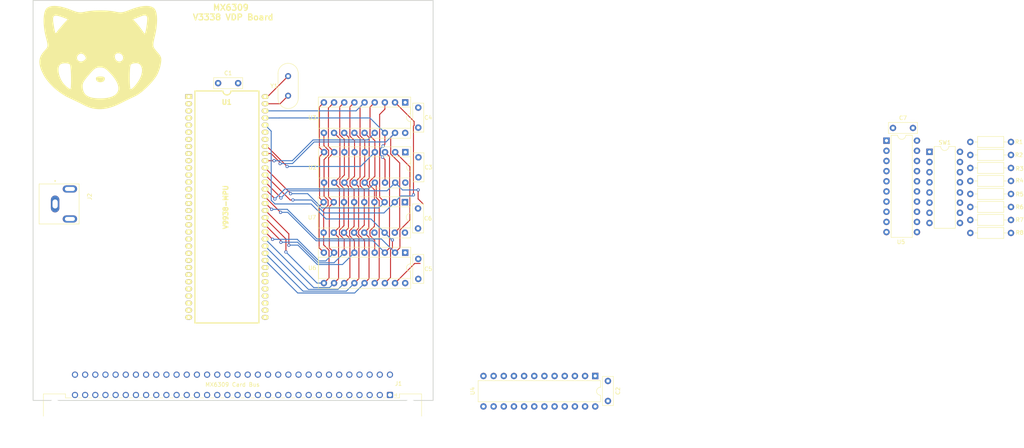
<source format=kicad_pcb>
(kicad_pcb (version 20221018) (generator pcbnew)

  (general
    (thickness 1.6)
  )

  (paper "A4")
  (layers
    (0 "F.Cu" signal)
    (31 "B.Cu" signal)
    (32 "B.Adhes" user "B.Adhesive")
    (33 "F.Adhes" user "F.Adhesive")
    (34 "B.Paste" user)
    (35 "F.Paste" user)
    (36 "B.SilkS" user "B.Silkscreen")
    (37 "F.SilkS" user "F.Silkscreen")
    (38 "B.Mask" user)
    (39 "F.Mask" user)
    (40 "Dwgs.User" user "User.Drawings")
    (41 "Cmts.User" user "User.Comments")
    (42 "Eco1.User" user "User.Eco1")
    (43 "Eco2.User" user "User.Eco2")
    (44 "Edge.Cuts" user)
    (45 "Margin" user)
    (46 "B.CrtYd" user "B.Courtyard")
    (47 "F.CrtYd" user "F.Courtyard")
    (48 "B.Fab" user)
    (49 "F.Fab" user)
    (50 "User.1" user)
    (51 "User.2" user)
    (52 "User.3" user)
    (53 "User.4" user)
    (54 "User.5" user)
    (55 "User.6" user)
    (56 "User.7" user)
    (57 "User.8" user)
    (58 "User.9" user)
  )

  (setup
    (pad_to_mask_clearance 0)
    (pcbplotparams
      (layerselection 0x00010fc_ffffffff)
      (plot_on_all_layers_selection 0x0000000_00000000)
      (disableapertmacros false)
      (usegerberextensions false)
      (usegerberattributes true)
      (usegerberadvancedattributes true)
      (creategerberjobfile true)
      (dashed_line_dash_ratio 12.000000)
      (dashed_line_gap_ratio 3.000000)
      (svgprecision 4)
      (plotframeref false)
      (viasonmask false)
      (mode 1)
      (useauxorigin false)
      (hpglpennumber 1)
      (hpglpenspeed 20)
      (hpglpendiameter 15.000000)
      (dxfpolygonmode true)
      (dxfimperialunits true)
      (dxfusepcbnewfont true)
      (psnegative false)
      (psa4output false)
      (plotreference true)
      (plotvalue true)
      (plotinvisibletext false)
      (sketchpadsonfab false)
      (subtractmaskfromsilk false)
      (outputformat 1)
      (mirror false)
      (drillshape 1)
      (scaleselection 1)
      (outputdirectory "")
    )
  )

  (net 0 "")
  (net 1 "VCC")
  (net 2 "GND")
  (net 3 "/VIDEO")
  (net 4 "unconnected-(J2-GND-Pad3)")
  (net 5 "Net-(R1-Pad1)")
  (net 6 "Net-(R2-Pad1)")
  (net 7 "Net-(R3-Pad1)")
  (net 8 "Net-(R4-Pad1)")
  (net 9 "Net-(R5-Pad1)")
  (net 10 "Net-(R6-Pad1)")
  (net 11 "Net-(R7-Pad1)")
  (net 12 "Net-(R8-Pad1)")
  (net 13 "/~{DHCLK}")
  (net 14 "/~{DLCLK}")
  (net 15 "unconnected-(U1-~{VDS}-Pad4)")
  (net 16 "/HSYNC")
  (net 17 "/CSYNC")
  (net 18 "/BLEO")
  (net 19 "/CLK^{MCU}")
  (net 20 "/~{RES}")
  (net 21 "/~{YS}")
  (net 22 "unconnected-(U1-CBDR-Pad11)")
  (net 23 "unconnected-(U1-C7-Pad12)")
  (net 24 "unconnected-(U1-C6-Pad13)")
  (net 25 "unconnected-(U1-C5-Pad14)")
  (net 26 "unconnected-(U1-C4-Pad15)")
  (net 27 "unconnected-(U1-C3-Pad16)")
  (net 28 "unconnected-(U1-C2-Pad17)")
  (net 29 "unconnected-(U1-C1-Pad18)")
  (net 30 "unconnected-(U1-C0-Pad19)")
  (net 31 "/Green")
  (net 32 "/Red")
  (net 33 "/Blue")
  (net 34 "/~{IRQ}")
  (net 35 "unconnected-(U1-~{LPS}-Pad26)")
  (net 36 "unconnected-(U1-~{LPD}-Pad27)")
  (net 37 "/BUS^{ADDR}0")
  (net 38 "/BUS^{ADDR}1")
  (net 39 "/R{slash}~{W}")
  (net 40 "/~{R}{slash}W")
  (net 41 "/BUS^{DATA}7")
  (net 42 "unconnected-(U1-VBB-Pad33)")
  (net 43 "/BUS^{DATA}6")
  (net 44 "/BUS^{DATA}5")
  (net 45 "/BUS^{DATA}4")
  (net 46 "/BUS^{DATA}3")
  (net 47 "/BUS^{DATA}2")
  (net 48 "/BUS^{DATA}1")
  (net 49 "/BUS^{DATA}0")
  (net 50 "/VDP^{ADDR}0")
  (net 51 "/VDP^{ADDR}1")
  (net 52 "/VDP^{ADDR}2")
  (net 53 "/VDP^{ADDR}3")
  (net 54 "/VDP^{ADDR}4")
  (net 55 "/VDP^{ADDR}5")
  (net 56 "/VDP^{ADDR}6")
  (net 57 "/VDP^{ADDR}7")
  (net 58 "/MPU^{DATA}0")
  (net 59 "/MPU^{DATA}1")
  (net 60 "/MPU^{DATA}2")
  (net 61 "/MPU^{DATA}3")
  (net 62 "/MPU^{DATA}4")
  (net 63 "/MPU^{DATA}5")
  (net 64 "/MPU^{DATA}6")
  (net 65 "/MPU^{DATA}7")
  (net 66 "unconnected-(U1-~{CAS}^{X}-Pad59)")
  (net 67 "/~{CAS}^{1}")
  (net 68 "/~{CAS}^{0}")
  (net 69 "/~{RAS}")
  (net 70 "Net-(U1-XTAL^{1})")
  (net 71 "Net-(U1-XTAL^{2})")
  (net 72 "/IOSEL")
  (net 73 "/BUS^{ADDR}3")
  (net 74 "/BUS^{ADDR}4")
  (net 75 "/BUS^{ADDR}5")
  (net 76 "/BUS^{ADDR}6")
  (net 77 "/BUS^{ADDR}7")
  (net 78 "/BUS^{ADDR}8")
  (net 79 "/BUS^{ADDR}9")
  (net 80 "/BUS^{ADDR}10")
  (net 81 "/BUS^{R{slash}~{W}}")
  (net 82 "unconnected-(U4-IO3-Pad17)")
  (net 83 "unconnected-(U4-IO4-Pad18)")
  (net 84 "unconnected-(U4-IO5-Pad19)")
  (net 85 "unconnected-(U4-IO6-Pad20)")
  (net 86 "unconnected-(U4-IO7-Pad21)")
  (net 87 "unconnected-(U4-IO8-Pad22)")
  (net 88 "unconnected-(U4-I13-Pad23)")
  (net 89 "/BUS^{ADDR}2")
  (net 90 "/BUS^{ADDR}11")
  (net 91 "/BUS^{ADDR}12")
  (net 92 "/BUS^{ADDR}13")
  (net 93 "/BUS^{ADDR}14")
  (net 94 "/BUS^{ADDR}15")
  (net 95 "/BUS^{ADDR}16")
  (net 96 "/BUS^{ADDR}17")
  (net 97 "/BUS^{ADDR}18")
  (net 98 "unconnected-(J1-A19-Pad21)")
  (net 99 "unconnected-(J1-Pad22)")
  (net 100 "unconnected-(J1-Pad23)")
  (net 101 "unconnected-(J1-Pad24)")
  (net 102 "unconnected-(J1-Pad25)")
  (net 103 "unconnected-(J1-Pad26)")
  (net 104 "unconnected-(J1-Pad27)")
  (net 105 "unconnected-(J1-Pad28)")
  (net 106 "unconnected-(J1-Pad29)")
  (net 107 "unconnected-(J1-Pad30)")
  (net 108 "unconnected-(J1-Pad31)")
  (net 109 "unconnected-(J1-Pad34)")
  (net 110 "unconnected-(J1-Pad35)")
  (net 111 "unconnected-(J1-i^{2}C^{SDA}-Pad36)")
  (net 112 "unconnected-(J1-i^{2}C^{SCL}-Pad37)")
  (net 113 "unconnected-(J1-SPI^{~{CS}A2}-Pad38)")
  (net 114 "unconnected-(J1-SPI^{~{CS}A1}-Pad39)")
  (net 115 "unconnected-(J1-SPI^{~{CS}A0}-Pad40)")
  (net 116 "unconnected-(J1-SPI^{CLK}-Pad41)")
  (net 117 "unconnected-(J1-SPI^{MISO}-Pad42)")
  (net 118 "unconnected-(J1-SPI^{MOSI}-Pad43)")
  (net 119 "unconnected-(J1-CON^{TX}-Pad44)")
  (net 120 "unconnected-(J1-CON^{RX}-Pad45)")
  (net 121 "unconnected-(J1-B^{STAT}-Pad46)")
  (net 122 "unconnected-(J1-B^{AVAIL}-Pad47)")
  (net 123 "unconnected-(J1-~{NMI}-Pad48)")
  (net 124 "unconnected-(J1-~{FIRQ}-Pad49)")
  (net 125 "unconnected-(J1-~{HALT}-Pad52)")

  (footprint "Resistor_THT:R_Axial_DIN0207_L6.3mm_D2.5mm_P10.16mm_Horizontal" (layer "F.Cu") (at 393.34 92.25))

  (footprint "Package_DIP:DIP-18_W7.62mm_Socket" (layer "F.Cu") (at 252.105 88.2923 -90))

  (footprint "SDIP:SDIP-64" (layer "F.Cu") (at 207.5 102 -90))

  (footprint "Capacitor_THT:C_Disc_D7.0mm_W2.5mm_P5.00mm" (layer "F.Cu") (at 255.3396 77.1623 -90))

  (footprint "card_bus:DIN41612_R_2x32_Male_Horizontal_THT" (layer "F.Cu") (at 207.62 107.82 -90))

  (footprint "Capacitor_THT:C_Disc_D7.0mm_W2.5mm_P5.00mm" (layer "F.Cu") (at 255.3796 89.5923 -90))

  (footprint "Capacitor_THT:C_Disc_D7.0mm_W2.5mm_P5.00mm" (layer "F.Cu") (at 374 82.25))

  (footprint "Resistor_THT:R_Axial_DIN0207_L6.3mm_D2.5mm_P10.16mm_Horizontal" (layer "F.Cu") (at 393.34 85.75))

  (footprint "Crystal:Crystal_HC18-U_Vertical" (layer "F.Cu") (at 222.8004 74.19 90))

  (footprint "Capacitor_THT:C_Disc_D7.0mm_W2.5mm_P5.00mm" (layer "F.Cu") (at 205.3004 71.05))

  (footprint "Package_DIP:DIP-18_W7.62mm_Socket" (layer "F.Cu") (at 252.0004 100.7923 -90))

  (footprint "Capacitor_THT:C_Disc_D7.0mm_W2.5mm_P5.00mm" (layer "F.Cu") (at 255.3396 114.9873 -90))

  (footprint "Resistor_THT:R_Axial_DIN0207_L6.3mm_D2.5mm_P10.16mm_Horizontal" (layer "F.Cu") (at 393.34 102))

  (footprint "Package_DIP:DIP-18_W7.62mm_Socket" (layer "F.Cu") (at 252.065 113.4123 -90))

  (footprint "Resistor_THT:R_Axial_DIN0207_L6.3mm_D2.5mm_P10.16mm_Horizontal" (layer "F.Cu") (at 393.34 95.5))

  (footprint "Package_DIP:DIP-24_W7.62mm" (layer "F.Cu") (at 299.57 144.25 -90))

  (footprint "Package_DIP:DIP-16_W7.62mm" (layer "F.Cu") (at 383.13 88.22))

  (footprint "Resistor_THT:R_Axial_DIN0207_L6.3mm_D2.5mm_P10.16mm_Horizontal" (layer "F.Cu") (at 393.34 98.75))

  (footprint "Capacitor_THT:C_Disc_D7.0mm_W2.5mm_P5.00mm" (layer "F.Cu") (at 302.75 145.5 -90))

  (footprint "Package_DIP:DIP-20_W7.62mm" (layer "F.Cu") (at 372.38 85.42))

  (footprint "rca:SWITCHCRAFT_PJRAN1X1U04X" (layer "F.Cu") (at 164.55 101.25 -90))

  (footprint "Resistor_THT:R_Axial_DIN0207_L6.3mm_D2.5mm_P10.16mm_Horizontal" (layer "F.Cu") (at 393.34 89))

  (footprint "Capacitor_THT:C_Disc_D7.0mm_W2.5mm_P5.00mm" (layer "F.Cu") (at 255.275 102.3673 -90))

  (footprint "Resistor_THT:R_Axial_DIN0207_L6.3mm_D2.5mm_P10.16mm_Horizontal" (layer "F.Cu") (at 393.34 108.5))

  (footprint "Resistor_THT:R_Axial_DIN0207_L6.3mm_D2.5mm_P10.16mm_Horizontal" (layer "F.Cu") (at 393.34 105.25))

  (footprint "Package_DIP:DIP-18_W7.62mm_Socket" (layer "F.Cu") (at 252.065 75.8623 -90))

  (gr_poly
    (pts
      (xy 176.027721 69.490086)
      (xy 176.170124 69.495348)
      (xy 176.23579 69.499397)
      (xy 176.297851 69.504435)
      (xy 176.356373 69.510493)
      (xy 176.411419 69.517604)
      (xy 176.463055 69.5258)
      (xy 176.511344 69.535113)
      (xy 176.556352 69.545577)
      (xy 176.598143 69.557222)
      (xy 176.636782 69.570082)
      (xy 176.672334 69.584188)
      (xy 176.704862 69.599574)
      (xy 176.734432 69.616271)
      (xy 176.761107 69.634311)
      (xy 176.784954 69.653727)
      (xy 176.806036 69.674552)
      (xy 176.824418 69.696817)
      (xy 176.840164 69.720555)
      (xy 176.853339 69.745797)
      (xy 176.864008 69.772578)
      (xy 176.872235 69.800928)
      (xy 176.878086 69.83088)
      (xy 176.881623 69.862466)
      (xy 176.882913 69.895718)
      (xy 176.882019 69.93067)
      (xy 176.879007 69.967353)
      (xy 176.87394 70.005799)
      (xy 176.866884 70.046041)
      (xy 176.857903 70.088111)
      (xy 176.840221 70.165006)
      (xy 176.814013 70.236939)
      (xy 176.779846 70.303912)
      (xy 176.738289 70.365924)
      (xy 176.689912 70.422974)
      (xy 176.635281 70.475064)
      (xy 176.574966 70.522193)
      (xy 176.509535 70.564361)
      (xy 176.439557 70.601568)
      (xy 176.365599 70.633814)
      (xy 176.288231 70.661099)
      (xy 176.20802 70.683424)
      (xy 176.125536 70.700787)
      (xy 176.041347 70.713189)
      (xy 175.95602 70.720631)
      (xy 175.870125 70.723111)
      (xy 175.784231 70.720631)
      (xy 175.698904 70.713189)
      (xy 175.614715 70.700787)
      (xy 175.53223 70.683424)
      (xy 175.45202 70.661099)
      (xy 175.374652 70.633814)
      (xy 175.300694 70.601568)
      (xy 175.230716 70.564361)
      (xy 175.165285 70.522193)
      (xy 175.10497 70.475064)
      (xy 175.050339 70.422974)
      (xy 175.001961 70.365924)
      (xy 174.960405 70.303912)
      (xy 174.926238 70.236939)
      (xy 174.90003 70.165006)
      (xy 174.882348 70.088111)
      (xy 174.866311 70.005799)
      (xy 174.858232 69.93067)
      (xy 174.857339 69.895718)
      (xy 174.858628 69.862466)
      (xy 174.862166 69.83088)
      (xy 174.868016 69.800928)
      (xy 174.876243 69.772578)
      (xy 174.886913 69.745797)
      (xy 174.900088 69.720555)
      (xy 174.915834 69.696817)
      (xy 174.934216 69.674552)
      (xy 174.955298 69.653727)
      (xy 174.979144 69.634311)
      (xy 175.00582 69.616271)
      (xy 175.03539 69.599574)
      (xy 175.067918 69.584188)
      (xy 175.103469 69.570082)
      (xy 175.142108 69.557222)
      (xy 175.228907 69.535113)
      (xy 175.328832 69.517604)
      (xy 175.4424 69.504435)
      (xy 175.570126 69.495348)
      (xy 175.712529 69.490086)
      (xy 175.870125 69.488389)
    )

    (stroke (width 0.2) (type solid)) (fill solid) (layer "F.SilkS") (tstamp 3fdc6bed-2afa-46fb-9d7e-6f676897efd8))
  (gr_poly
    (pts
      (xy 187.618548 51.849872)
      (xy 187.796496 51.862078)
      (xy 187.967579 51.880852)
      (xy 188.131607 51.906216)
      (xy 188.288395 51.938187)
      (xy 188.437754 51.976786)
      (xy 188.579497 52.022032)
      (xy 188.713437 52.073944)
      (xy 188.839386 52.132542)
      (xy 188.957158 52.197845)
      (xy 189.066564 52.269872)
      (xy 189.167418 52.348643)
      (xy 189.259533 52.434177)
      (xy 189.34272 52.526494)
      (xy 189.416792 52.625613)
      (xy 189.540824 52.830277)
      (xy 189.648372 53.072304)
      (xy 189.739486 53.349367)
      (xy 189.814218 53.659142)
      (xy 189.872621 53.999302)
      (xy 189.914746 54.367522)
      (xy 189.940645 54.761478)
      (xy 189.950368 55.178842)
      (xy 189.943969 55.617291)
      (xy 189.921498 56.074498)
      (xy 189.883008 56.548139)
      (xy 189.828549 57.035887)
      (xy 189.758175 57.535417)
      (xy 189.671935 58.044404)
      (xy 189.569883 58.560523)
      (xy 189.452069 59.081447)
      (xy 189.233236 60.01431)
      (xy 189.149451 60.396173)
      (xy 189.083857 60.730132)
      (xy 189.058139 60.881133)
      (xy 189.037279 61.022543)
      (xy 189.02138 61.155154)
      (xy 189.010545 61.279762)
      (xy 189.004878 61.397161)
      (xy 189.004481 61.508146)
      (xy 189.00946 61.613511)
      (xy 189.019915 61.71405)
      (xy 189.035952 61.810559)
      (xy 189.057674 61.903832)
      (xy 189.085183 61.994663)
      (xy 189.118583 62.083847)
      (xy 189.157978 62.172178)
      (xy 189.20347 62.260451)
      (xy 189.255164 62.34946)
      (xy 189.313162 62.440001)
      (xy 189.377568 62.532866)
      (xy 189.448485 62.628852)
      (xy 189.610267 62.833361)
      (xy 189.799334 63.059885)
      (xy 190.016513 63.314779)
      (xy 190.185719 63.505715)
      (xy 190.336632 63.68306)
      (xy 190.469975 63.848932)
      (xy 190.586471 64.005452)
      (xy 190.686844 64.154736)
      (xy 190.771817 64.298905)
      (xy 190.842114 64.440076)
      (xy 190.871986 64.5102)
      (xy 190.898459 64.580369)
      (xy 190.921625 64.650848)
      (xy 190.941574 64.721902)
      (xy 190.958397 64.793796)
      (xy 190.972184 64.866794)
      (xy 190.991012 65.017164)
      (xy 190.99878 65.17513)
      (xy 190.996214 65.342812)
      (xy 190.984035 65.522327)
      (xy 190.962969 65.715795)
      (xy 190.933737 65.925334)
      (xy 190.916873 66.069787)
      (xy 190.893085 66.224369)
      (xy 190.862888 66.387632)
      (xy 190.826801 66.558129)
      (xy 190.739019 66.915041)
      (xy 190.633875 67.283529)
      (xy 190.515501 67.652016)
      (xy 190.388032 68.008928)
      (xy 190.255603 68.342689)
      (xy 190.122347 68.641723)
      (xy 189.951652 68.973667)
      (xy 189.734086 69.331087)
      (xy 189.474868 69.708868)
      (xy 189.179219 70.101893)
      (xy 188.852357 70.505047)
      (xy 188.499502 70.913213)
      (xy 188.125873 71.321276)
      (xy 187.736689 71.72412)
      (xy 187.33717 72.116628)
      (xy 186.932534 72.493685)
      (xy 186.528003 72.850175)
      (xy 186.128794 73.180981)
      (xy 185.740126 73.480988)
      (xy 185.367221 73.745081)
      (xy 185.015295 73.968141)
      (xy 184.68957 74.145055)
      (xy 183.040333 74.938806)
      (xy 181.931288 75.484509)
      (xy 180.809014 76.050056)
      (xy 180.174298 76.355567)
      (xy 179.552863 76.623871)
      (xy 178.943934 76.854968)
      (xy 178.346736 77.048858)
      (xy 177.760492 77.205541)
      (xy 177.184429 77.325017)
      (xy 176.617771 77.407286)
      (xy 176.059743 77.452348)
      (xy 175.50957 77.460203)
      (xy 174.966477 77.43085)
      (xy 174.429688 77.364291)
      (xy 173.898428 77.260525)
      (xy 173.371923 77.119552)
      (xy 172.849397 76.941372)
      (xy 172.330075 76.725984)
      (xy 171.813182 76.47339)
      (xy 170.975334 76.047852)
      (xy 169.978737 75.556168)
      (xy 168.955681 75.064483)
      (xy 168.038459 74.638944)
      (xy 167.536535 74.387513)
      (xy 167.037659 74.110811)
      (xy 166.544055 73.810856)
      (xy 166.057943 73.489661)
      (xy 165.581547 73.149242)
      (xy 165.117088 72.791616)
      (xy 164.666788 72.418796)
      (xy 164.23287 72.032799)
      (xy 163.817555 71.63564)
      (xy 163.423066 71.229334)
      (xy 163.051624 70.815897)
      (xy 162.705452 70.397344)
      (xy 162.386772 69.97569)
      (xy 162.097806 69.552951)
      (xy 161.840776 69.131143)
      (xy 161.617905 68.71228)
      (xy 161.401286 68.260972)
      (xy 161.214484 67.831989)
      (xy 161.156817 67.681948)
      (xy 165.288263 67.681948)
      (xy 165.292107 67.867146)
      (xy 165.327514 68.252979)
      (xy 165.398371 68.654316)
      (xy 165.50287 69.065057)
      (xy 165.639201 69.479106)
      (xy 165.805556 69.890364)
      (xy 166.000126 70.292734)
      (xy 166.221103 70.680118)
      (xy 166.466678 71.046418)
      (xy 166.735043 71.385535)
      (xy 166.877205 71.542995)
      (xy 167.024387 71.691373)
      (xy 167.176363 71.829907)
      (xy 167.332904 71.957834)
      (xy 167.419213 72.029707)
      (xy 167.505779 72.099565)
      (xy 167.592036 72.167046)
      (xy 167.677414 72.231788)
      (xy 167.761345 72.293429)
      (xy 167.84326 72.351609)
      (xy 167.922592 72.405964)
      (xy 167.998772 72.456133)
      (xy 168.071231 72.501755)
      (xy 168.139401 72.542467)
      (xy 168.202713 72.577909)
      (xy 168.260599 72.607718)
      (xy 168.312491 72.631532)
      (xy 168.35782 72.64899)
      (xy 168.396017 72.65973)
      (xy 168.412264 72.662468)
      (xy 168.426515 72.663391)
      (xy 168.455148 72.646879)
      (xy 168.481533 72.598683)
      (xy 168.527663 72.415275)
      (xy 168.565111 72.129237)
      (xy 168.591835 71.785579)
      (xy 171.333005 71.785579)
      (xy 171.339059 71.971442)
      (xy 171.354571 72.1695)
      (xy 171.401019 72.52636)
      (xy 171.474805 72.856452)
      (xy 171.522223 73.011621)
      (xy 171.576805 73.160292)
      (xy 171.638661 73.302529)
      (xy 171.7079 73.438397)
      (xy 171.784632 73.567961)
      (xy 171.868967 73.691285)
      (xy 171.961014 73.808433)
      (xy 172.060884 73.919471)
      (xy 172.168687 74.024462)
      (xy 172.284531 74.123472)
      (xy 172.408528 74.216565)
      (xy 172.540786 74.303806)
      (xy 172.681416 74.385259)
      (xy 172.830527 74.460988)
      (xy 173.154633 74.595537)
      (xy 173.513982 74.707967)
      (xy 173.909453 74.798797)
      (xy 174.341925 74.868543)
      (xy 174.812275 74.917722)
      (xy 175.321382 74.946851)
      (xy 175.870125 74.956445)
      (xy 176.318759 74.948744)
      (xy 176.745145 74.925844)
      (xy 177.149156 74.888048)
      (xy 177.530662 74.83566)
      (xy 177.889533 74.768984)
      (xy 178.225641 74.688322)
      (xy 178.538856 74.593979)
      (xy 178.829049 74.486259)
      (xy 179.096092 74.365464)
      (xy 179.339854 74.231899)
      (xy 179.560206 74.085867)
      (xy 179.75702 73.927671)
      (xy 179.930166 73.757616)
      (xy 180.079516 73.576004)
      (xy 180.204939 73.38314)
      (xy 180.306306 73.179327)
      (xy 180.383489 72.964869)
      (xy 180.436359 72.740069)
      (xy 180.464785 72.505231)
      (xy 180.468639 72.260658)
      (xy 180.447792 72.006654)
      (xy 180.402114 71.743523)
      (xy 180.331477 71.471569)
      (xy 180.235751 71.191094)
      (xy 180.114806 70.902402)
      (xy 179.968515 70.605797)
      (xy 179.796747 70.301584)
      (xy 179.599373 69.990064)
      (xy 179.430214 69.748564)
      (xy 183.106481 69.748564)
      (xy 183.126945 70.834665)
      (xy 183.180895 71.766563)
      (xy 183.22004 72.135283)
      (xy 183.267091 72.418169)
      (xy 183.321894 72.599458)
      (xy 183.352154 72.647079)
      (xy 183.384293 72.663391)
      (xy 183.449958 72.657278)
      (xy 183.521003 72.639292)
      (xy 183.597023 72.609964)
      (xy 183.677609 72.569822)
      (xy 183.850854 72.459217)
      (xy 184.037484 72.311715)
      (xy 184.234242 72.131554)
      (xy 184.437872 71.922971)
      (xy 184.645121 71.690203)
      (xy 184.852731 71.437488)
      (xy 185.057447 71.169063)
      (xy 185.256013 70.889166)
      (xy 185.445175 70.602034)
      (xy 185.621675 70.311905)
      (xy 185.78226 70.023017)
      (xy 185.923672 69.739606)
      (xy 186.042657 69.46591)
      (xy 186.135958 69.206167)
      (xy 186.191777 69.000951)
      (xy 186.240207 68.807983)
      (xy 186.281298 68.62628)
      (xy 186.315103 68.454861)
      (xy 186.341673 68.292744)
      (xy 186.36106 68.138946)
      (xy 186.373316 67.992486)
      (xy 186.378492 67.852383)
      (xy 186.376641 67.717654)
      (xy 186.367813 67.587317)
      (xy 186.35206 67.460392)
      (xy 186.329435 67.335895)
      (xy 186.299988 67.212844)
      (xy 186.263771 67.090259)
      (xy 186.220837 66.967158)
      (xy 186.171237 66.842557)
      (xy 186.111197 66.728008)
      (xy 186.049763 66.622347)
      (xy 185.986365 66.525367)
      (xy 185.920434 66.436863)
      (xy 185.851403 66.356626)
      (xy 185.778703 66.284452)
      (xy 185.701765 66.220132)
      (xy 185.66153 66.190853)
      (xy 185.620022 66.16346)
      (xy 185.57717 66.137927)
      (xy 185.532904 66.114229)
      (xy 185.487152 66.09234)
      (xy 185.439843 66.072234)
      (xy 185.340271 66.037266)
      (xy 185.23362 66.00912)
      (xy 185.11932 65.987588)
      (xy 184.996803 65.972464)
      (xy 184.865502 65.963541)
      (xy 184.724846 65.960613)
      (xy 184.618712 65.963041)
      (xy 184.512422 65.970121)
      (xy 184.406649 65.981542)
      (xy 184.302065 65.996993)
      (xy 184.199341 66.016165)
      (xy 184.099149 66.038747)
      (xy 184.002161 66.064431)
      (xy 183.909049 66.092904)
      (xy 183.820484 66.123858)
      (xy 183.737139 66.156983)
      (xy 183.659685 66.191968)
      (xy 183.588793 66.228503)
      (xy 183.525137 66.266279)
      (xy 183.469387 66.304985)
      (xy 183.422215 66.344311)
      (xy 183.402056 66.364109)
      (xy 183.384293 66.383947)
      (xy 183.34915 66.454725)
      (xy 183.316468 66.553299)
      (xy 183.258409 66.825952)
      (xy 183.209963 67.186145)
      (xy 183.170973 67.618117)
      (xy 183.120743 68.634351)
      (xy 183.106481 69.748564)
      (xy 179.430214 69.748564)
      (xy 179.376264 69.671542)
      (xy 179.127292 69.346322)
      (xy 178.852326 69.014706)
      (xy 178.551238 68.676999)
      (xy 178.321889 68.431649)
      (xy 178.108818 68.210741)
      (xy 177.910114 68.013087)
      (xy 177.723863 67.8375)
      (xy 177.548155 67.682789)
      (xy 177.381076 67.547767)
      (xy 177.220716 67.431246)
      (xy 177.065161 67.332035)
      (xy 176.988588 67.288551)
      (xy 176.9125 67.248948)
      (xy 176.836657 67.21308)
      (xy 176.760821 67.180796)
      (xy 176.684752 67.151948)
      (xy 176.608212 67.126389)
      (xy 176.530961 67.103969)
      (xy 176.452761 67.08454)
      (xy 176.292555 67.054059)
      (xy 176.125683 67.033759)
      (xy 175.950233 67.022451)
      (xy 175.764292 67.018945)
      (xy 175.573296 67.022519)
      (xy 175.39553 67.03431)
      (xy 175.228511 67.05592)
      (xy 175.069762 67.08895)
      (xy 174.916799 67.135002)
      (xy 174.767145 67.195679)
      (xy 174.618316 67.272582)
      (xy 174.467835 67.367314)
      (xy 174.313219 67.481475)
      (xy 174.151988 67.61667)
      (xy 173.981663 67.774498)
      (xy 173.799762 67.956563)
      (xy 173.603805 68.164466)
      (xy 173.391311 68.399809)
      (xy 172.906793 68.959224)
      (xy 172.655654 69.256501)
      (xy 172.430612 69.528354)
      (xy 172.230478 69.777468)
      (xy 172.054063 70.006533)
      (xy 171.90018 70.218234)
      (xy 171.767638 70.415259)
      (xy 171.65525 70.600295)
      (xy 171.606243 70.689157)
      (xy 171.561828 70.776029)
      (xy 171.521857 70.861248)
      (xy 171.486182 70.945149)
      (xy 171.454654 71.028068)
      (xy 171.427125 71.110341)
      (xy 171.403445 71.192304)
      (xy 171.383467 71.274293)
      (xy 171.367041 71.356644)
      (xy 171.35402 71.439692)
      (xy 171.344254 71.523774)
      (xy 171.337595 71.609225)
      (xy 171.333005 71.785579)
      (xy 168.591835 71.785579)
      (xy 168.594085 71.756641)
      (xy 168.627433 70.816061)
      (xy 168.629362 69.722106)
      (xy 168.601526 68.603345)
      (xy 168.545578 67.588351)
      (xy 168.507578 67.159945)
      (xy 168.463171 66.805695)
      (xy 168.412562 66.541672)
      (xy 168.35596 66.383947)
      (xy 168.318933 66.335788)
      (xy 168.274311 66.290542)
      (xy 168.222557 66.248228)
      (xy 168.164137 66.208867)
      (xy 168.099515 66.172477)
      (xy 168.029158 66.139078)
      (xy 167.873095 66.081329)
      (xy 167.699669 66.035776)
      (xy 167.5126 66.002574)
      (xy 167.31561 65.981878)
      (xy 167.112418 65.973842)
      (xy 166.906746 65.978622)
      (xy 166.702314 65.996373)
      (xy 166.502843 66.02725)
      (xy 166.312054 66.071407)
      (xy 166.133667 66.129001)
      (xy 166.050287 66.162884)
      (xy 165.971403 66.200185)
      (xy 165.897479 66.240922)
      (xy 165.828982 66.285115)
      (xy 165.766376 66.332784)
      (xy 165.710127 66.383947)
      (xy 165.619965 66.486242)
      (xy 165.541153 66.600798)
      (xy 165.473465 66.726852)
      (xy 165.416673 66.863642)
      (xy 165.370553 67.010405)
      (xy 165.334878 67.166379)
      (xy 165.309422 67.330803)
      (xy 165.293959 67.502913)
      (xy 165.288263 67.681948)
      (xy 161.156817 67.681948)
      (xy 161.057551 67.423676)
      (xy 160.930539 67.034381)
      (xy 160.878269 66.846347)
      (xy 160.833499 66.662448)
      (xy 160.796235 66.482476)
      (xy 160.766484 66.306225)
      (xy 160.744251 66.133488)
      (xy 160.729544 65.964058)
      (xy 160.722368 65.797729)
      (xy 160.722731 65.634294)
      (xy 160.730638 65.473546)
      (xy 160.746097 65.315278)
      (xy 160.769114 65.159284)
      (xy 160.799694 65.005357)
      (xy 160.837846 64.853291)
      (xy 160.876242 64.726993)
      (xy 169.918655 64.726993)
      (xy 169.923615 64.824737)
      (xy 169.938594 64.920039)
      (xy 169.963119 65.012422)
      (xy 169.996721 65.101406)
      (xy 170.038927 65.186515)
      (xy 170.089265 65.26727)
      (xy 170.147264 65.343194)
      (xy 170.212453 65.413807)
      (xy 170.28436 65.478633)
      (xy 170.362513 65.537193)
      (xy 170.446441 65.58901)
      (xy 170.535672 65.633604)
      (xy 170.629735 65.670499)
      (xy 170.728158 65.699216)
      (xy 170.83047 65.719277)
      (xy 170.936199 65.730205)
      (xy 171.044873 65.73152)
      (xy 171.156021 65.722746)
      (xy 171.269172 65.703404)
      (xy 171.383854 65.673016)
      (xy 171.499595 65.631104)
      (xy 171.615925 65.57719)
      (xy 171.73237 65.510797)
      (xy 171.84846 65.431445)
      (xy 171.942322 65.360632)
      (xy 172.025538 65.293228)
      (xy 172.098212 65.228512)
      (xy 172.130628 65.196936)
      (xy 172.160448 65.16576)
      (xy 172.187683 65.134894)
      (xy 172.212348 65.104248)
      (xy 172.234455 65.07373)
      (xy 172.254016 65.043252)
      (xy 172.271046 65.012722)
      (xy 172.285556 64.98205)
      (xy 172.29756 64.951145)
      (xy 172.307071 64.919918)
      (xy 172.314101 64.888277)
      (xy 172.318663 64.856132)
      (xy 172.320771 64.823393)
      (xy 172.320437 64.789969)
      (xy 172.317675 64.75577)
      (xy 172.312496 64.720705)
      (xy 172.304915 64.684684)
      (xy 172.294944 64.647617)
      (xy 172.282595 64.609413)
      (xy 172.267882 64.569982)
      (xy 172.250818 64.529233)
      (xy 172.231416 64.487076)
      (xy 172.206267 64.438225)
      (xy 179.385018 64.438225)
      (xy 179.388432 64.506463)
      (xy 179.395431 64.575107)
      (xy 179.405956 64.64392)
      (xy 179.419951 64.712661)
      (xy 179.437356 64.781093)
      (xy 179.458114 64.848975)
      (xy 179.482166 64.91607)
      (xy 179.509455 64.982137)
      (xy 179.539921 65.046938)
      (xy 179.573508 65.110234)
      (xy 179.610156 65.171786)
      (xy 179.649808 65.231355)
      (xy 179.692405 65.288702)
      (xy 179.73789 65.343588)
      (xy 179.786205 65.395773)
      (xy 179.83729 65.44502)
      (xy 179.891089 65.491089)
      (xy 179.947542 65.53374)
      (xy 180.006592 65.572735)
      (xy 180.068181 65.607835)
      (xy 180.160639 65.649943)
      (xy 180.252631 65.683834)
      (xy 180.343901 65.709767)
      (xy 180.434188 65.728)
      (xy 180.523235 65.738791)
      (xy 180.610784 65.7424)
      (xy 180.696576 65.739084)
      (xy 180.780352 65.729102)
      (xy 180.861854 65.712712)
      (xy 180.940824 65.690172)
      (xy 181.017004 65.661742)
      (xy 181.090135 65.627678)
      (xy 181.159958 65.58824)
      (xy 181.226216 65.543687)
      (xy 181.28865 65.494276)
      (xy 181.347001 65.440265)
      (xy 181.401012 65.381914)
      (xy 181.450423 65.31948)
      (xy 181.494977 65.253222)
      (xy 181.534414 65.183399)
      (xy 181.568477 65.110268)
      (xy 181.596908 65.034088)
      (xy 181.619447 64.955118)
      (xy 181.635837 64.873616)
      (xy 181.645819 64.78984)
      (xy 181.649135 64.704048)
      (xy 181.645526 64.6165)
      (xy 181.634734 64.527452)
      (xy 181.616501 64.437165)
      (xy 181.590568 64.345896)
      (xy 181.556677 64.253903)
      (xy 181.514569 64.161445)
      (xy 181.479469 64.099857)
      (xy 181.440474 64.040807)
      (xy 181.397822 63.984353)
      (xy 181.351754 63.930555)
      (xy 181.302507 63.87947)
      (xy 181.250322 63.831156)
      (xy 181.195436 63.785671)
      (xy 181.138089 63.743073)
      (xy 181.07852 63.703421)
      (xy 181.016968 63.666773)
      (xy 180.953672 63.633187)
      (xy 180.888871 63.60272)
      (xy 180.822804 63.575432)
      (xy 180.75571 63.55138)
      (xy 180.687827 63.530622)
      (xy 180.619396 63.513217)
      (xy 180.550655 63.499222)
      (xy 180.481842 63.488696)
      (xy 180.413198 63.481698)
      (xy 180.34496 63.478284)
      (xy 180.277368 63.478513)
      (xy 180.210662 63.482444)
      (xy 180.145079 63.490134)
      (xy 180.080859 63.501641)
      (xy 180.018241 63.517025)
      (xy 179.957465 63.536342)
      (xy 179.898768 63.559652)
      (xy 179.84239 63.587011)
      (xy 179.78857 63.618479)
      (xy 179.737547 63.654113)
      (xy 179.68956 63.693971)
      (xy 179.644848 63.738113)
      (xy 179.600707 63.782825)
      (xy 179.560848 63.830812)
      (xy 179.525214 63.881835)
      (xy 179.493746 63.935654)
      (xy 179.466386 63.992032)
      (xy 179.443077 64.050729)
      (xy 179.42376 64.111506)
      (xy 179.408376 64.174124)
      (xy 179.396868 64.238344)
      (xy 179.389178 64.303927)
      (xy 179.385247 64.370633)
      (xy 179.385018 64.438225)
      (xy 172.206267 64.438225)
      (xy 172.185648 64.398175)
      (xy 172.130682 64.302556)
      (xy 172.083568 64.228454)
      (xy 172.034891 64.158285)
      (xy 171.984741 64.092056)
      (xy 171.933209 64.029774)
      (xy 171.880385 63.971445)
      (xy 171.826359 63.917076)
      (xy 171.771222 63.866674)
      (xy 171.715065 63.820244)
      (xy 171.657978 63.777792)
      (xy 171.600051 63.739327)
      (xy 171.541374 63.704853)
      (xy 171.482039 63.674378)
      (xy 171.422135 63.647908)
      (xy 171.361753 63.625449)
      (xy 171.300984 63.607009)
      (xy 171.239918 63.592592)
      (xy 171.178644 63.582206)
      (xy 171.117255 63.575857)
      (xy 171.05584 63.573552)
      (xy 170.994489 63.575298)
      (xy 170.933293 63.581099)
      (xy 170.872343 63.590964)
      (xy 170.811729 63.604899)
      (xy 170.751541 63.622909)
      (xy 170.69187 63.645002)
      (xy 170.632806 63.671184)
      (xy 170.574439 63.701461)
      (xy 170.516861 63.73584)
      (xy 170.460161 63.774327)
      (xy 170.404431 63.816929)
      (xy 170.349759 63.863652)
      (xy 170.296238 63.914503)
      (xy 170.204072 64.014572)
      (xy 170.125697 64.116023)
      (xy 170.060641 64.218379)
      (xy 170.008434 64.321161)
      (xy 169.968604 64.423892)
      (xy 169.940678 64.526093)
      (xy 169.924186 64.627286)
      (xy 169.918655 64.726993)
      (xy 160.876242 64.726993)
      (xy 160.883574 64.702878)
      (xy 160.936886 64.553912)
      (xy 160.997787 64.406186)
      (xy 161.066285 64.259494)
      (xy 161.142387 64.113629)
      (xy 161.226097 63.968383)
      (xy 161.317423 63.823552)
      (xy 161.416372 63.678926)
      (xy 161.522949 63.534301)
      (xy 161.759015 63.244224)
      (xy 162.163745 62.790987)
      (xy 162.323787 62.601938)
      (xy 162.456854 62.429528)
      (xy 162.563876 62.267453)
      (xy 162.607911 62.188322)
      (xy 162.645783 62.109409)
      (xy 162.677609 62.029929)
      (xy 162.703506 61.949092)
      (xy 162.723588 61.86611)
      (xy 162.737974 61.780196)
      (xy 162.746778 61.690561)
      (xy 162.750118 61.596418)
      (xy 162.740868 61.391452)
      (xy 162.711154 61.158994)
      (xy 162.661906 60.89274)
      (xy 162.594055 60.586385)
      (xy 162.50853 60.233624)
      (xy 162.288182 59.363669)
      (xy 162.164555 58.863217)
      (xy 162.058187 58.35646)
      (xy 161.968977 57.847017)
      (xy 161.896819 57.338503)
      (xy 161.841612 56.834537)
      (xy 161.803251 56.338736)
      (xy 161.781633 55.854718)
      (xy 161.776654 55.386099)
      (xy 161.784179 55.093386)
      (xy 163.945953 55.093386)
      (xy 163.949606 55.246747)
      (xy 163.95926 55.411592)
      (xy 163.995408 55.776307)
      (xy 164.052071 56.188668)
      (xy 164.127923 56.66857)
      (xy 164.197523 57.091007)
      (xy 164.262058 57.458048)
      (xy 164.322718 57.771758)
      (xy 164.351965 57.909261)
      (xy 164.38069 58.034206)
      (xy 164.40904 58.146852)
      (xy 164.437164 58.247457)
      (xy 164.46521 58.336281)
      (xy 164.493327 58.41358)
      (xy 164.521664 58.479614)
      (xy 164.550369 58.534641)
      (xy 164.579591 58.578919)
      (xy 164.609479 58.612707)
      (xy 164.624718 58.625747)
      (xy 164.64018 58.636262)
      (xy 164.655882 58.644284)
      (xy 164.671844 58.649845)
      (xy 164.688083 58.652976)
      (xy 164.704618 58.653712)
      (xy 164.721469 58.652083)
      (xy 164.738653 58.648122)
      (xy 164.756188 58.641862)
      (xy 164.774095 58.633334)
      (xy 164.811094 58.609606)
      (xy 164.849799 58.577196)
      (xy 164.890357 58.536363)
      (xy 164.932918 58.487365)
      (xy 164.97763 58.43046)
      (xy 165.024642 58.365908)
      (xy 165.074102 58.293965)
      (xy 165.18096 58.128945)
      (xy 165.318695 57.950076)
      (xy 165.489089 57.73648)
      (xy 165.899744 57.238182)
      (xy 166.356702 56.700196)
      (xy 166.803737 56.188668)
      (xy 167.862071 55.05978)
      (xy 183.878182 55.05978)
      (xy 184.760127 56.012279)
      (xy 184.952638 56.225875)
      (xy 185.155898 56.464275)
      (xy 185.36412 56.719212)
      (xy 185.571514 56.982417)
      (xy 185.772294 57.245623)
      (xy 185.960672 57.50056)
      (xy 186.13086 57.73896)
      (xy 186.27707 57.952556)
      (xy 186.34275 58.050044)
      (xy 186.407294 58.143759)
      (xy 186.470391 58.233237)
      (xy 186.531731 58.318012)
      (xy 186.591004 58.39762)
      (xy 186.6479 58.471595)
      (xy 186.702108 58.539472)
      (xy 186.75332 58.600786)
      (xy 186.801224 58.655072)
      (xy 186.84551 58.701865)
      (xy 186.885869 58.7407)
      (xy 186.904479 58.756988)
      (xy 186.921991 58.771112)
      (xy 186.938366 58.783014)
      (xy 186.953565
... [48093 chars truncated]
</source>
